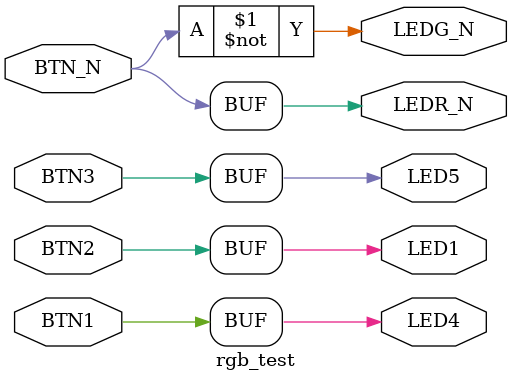
<source format=v>

module rgb_test (
	input BTN_N,
	input BTN1,
	input BTN2,
	input BTN3,
	output LEDR_N,
	output LEDG_N,
	output LED4,
	output LED1,
	output LED5
);

assign {LEDR_N, LEDG_N} = {BTN_N, ~BTN_N};
assign {LED4, LED1, LED5} = {BTN1, BTN2, BTN3};

endmodule

</source>
